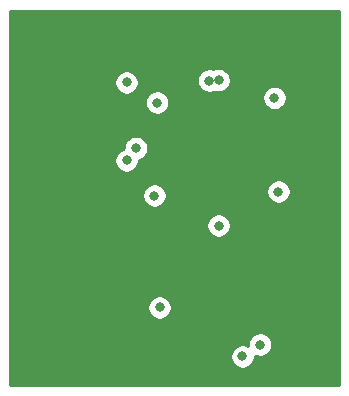
<source format=gbr>
%TF.GenerationSoftware,KiCad,Pcbnew,(5.1.7-0-10_14)*%
%TF.CreationDate,2020-11-25T20:53:36+11:00*%
%TF.ProjectId,CREMAv2,4352454d-4176-4322-9e6b-696361645f70,rev?*%
%TF.SameCoordinates,Original*%
%TF.FileFunction,Copper,L3,Inr*%
%TF.FilePolarity,Positive*%
%FSLAX46Y46*%
G04 Gerber Fmt 4.6, Leading zero omitted, Abs format (unit mm)*
G04 Created by KiCad (PCBNEW (5.1.7-0-10_14)) date 2020-11-25 20:53:36*
%MOMM*%
%LPD*%
G01*
G04 APERTURE LIST*
%TA.AperFunction,ViaPad*%
%ADD10C,0.800000*%
%TD*%
%TA.AperFunction,Conductor*%
%ADD11C,0.254000*%
%TD*%
%TA.AperFunction,Conductor*%
%ADD12C,0.100000*%
%TD*%
G04 APERTURE END LIST*
D10*
%TO.N,GND*%
X132920000Y-75995000D03*
X133247500Y-83922500D03*
X130207000Y-97885000D03*
X122750000Y-84260000D03*
X120396000Y-81280000D03*
X120396000Y-74676000D03*
X128200000Y-86798000D03*
X128200000Y-74492000D03*
X127400000Y-74530000D03*
%TO.N,+3V3*%
X129000000Y-78010000D03*
X133255000Y-82645000D03*
X130175000Y-95885000D03*
X118110000Y-88138000D03*
X132588000Y-92456000D03*
X131259000Y-84895000D03*
%TO.N,Net-(IC1-Pad32)*%
X122995000Y-76395000D03*
X121177000Y-80245000D03*
%TO.N,SPI_MOSI*%
X123190000Y-93726000D03*
X131715000Y-96885000D03*
%TD*%
D11*
%TO.N,+3V3*%
X138405001Y-100305000D02*
X110515000Y-100305000D01*
X110515000Y-97783061D01*
X129172000Y-97783061D01*
X129172000Y-97986939D01*
X129211774Y-98186898D01*
X129289795Y-98375256D01*
X129403063Y-98544774D01*
X129547226Y-98688937D01*
X129716744Y-98802205D01*
X129905102Y-98880226D01*
X130105061Y-98920000D01*
X130308939Y-98920000D01*
X130508898Y-98880226D01*
X130697256Y-98802205D01*
X130866774Y-98688937D01*
X131010937Y-98544774D01*
X131124205Y-98375256D01*
X131202226Y-98186898D01*
X131242000Y-97986939D01*
X131242000Y-97809353D01*
X131413102Y-97880226D01*
X131613061Y-97920000D01*
X131816939Y-97920000D01*
X132016898Y-97880226D01*
X132205256Y-97802205D01*
X132374774Y-97688937D01*
X132518937Y-97544774D01*
X132632205Y-97375256D01*
X132710226Y-97186898D01*
X132750000Y-96986939D01*
X132750000Y-96783061D01*
X132710226Y-96583102D01*
X132632205Y-96394744D01*
X132518937Y-96225226D01*
X132374774Y-96081063D01*
X132205256Y-95967795D01*
X132016898Y-95889774D01*
X131816939Y-95850000D01*
X131613061Y-95850000D01*
X131413102Y-95889774D01*
X131224744Y-95967795D01*
X131055226Y-96081063D01*
X130911063Y-96225226D01*
X130797795Y-96394744D01*
X130719774Y-96583102D01*
X130680000Y-96783061D01*
X130680000Y-96960647D01*
X130508898Y-96889774D01*
X130308939Y-96850000D01*
X130105061Y-96850000D01*
X129905102Y-96889774D01*
X129716744Y-96967795D01*
X129547226Y-97081063D01*
X129403063Y-97225226D01*
X129289795Y-97394744D01*
X129211774Y-97583102D01*
X129172000Y-97783061D01*
X110515000Y-97783061D01*
X110515000Y-93624061D01*
X122155000Y-93624061D01*
X122155000Y-93827939D01*
X122194774Y-94027898D01*
X122272795Y-94216256D01*
X122386063Y-94385774D01*
X122530226Y-94529937D01*
X122699744Y-94643205D01*
X122888102Y-94721226D01*
X123088061Y-94761000D01*
X123291939Y-94761000D01*
X123491898Y-94721226D01*
X123680256Y-94643205D01*
X123849774Y-94529937D01*
X123993937Y-94385774D01*
X124107205Y-94216256D01*
X124185226Y-94027898D01*
X124225000Y-93827939D01*
X124225000Y-93624061D01*
X124185226Y-93424102D01*
X124107205Y-93235744D01*
X123993937Y-93066226D01*
X123849774Y-92922063D01*
X123680256Y-92808795D01*
X123491898Y-92730774D01*
X123291939Y-92691000D01*
X123088061Y-92691000D01*
X122888102Y-92730774D01*
X122699744Y-92808795D01*
X122530226Y-92922063D01*
X122386063Y-93066226D01*
X122272795Y-93235744D01*
X122194774Y-93424102D01*
X122155000Y-93624061D01*
X110515000Y-93624061D01*
X110515000Y-86696061D01*
X127165000Y-86696061D01*
X127165000Y-86899939D01*
X127204774Y-87099898D01*
X127282795Y-87288256D01*
X127396063Y-87457774D01*
X127540226Y-87601937D01*
X127709744Y-87715205D01*
X127898102Y-87793226D01*
X128098061Y-87833000D01*
X128301939Y-87833000D01*
X128501898Y-87793226D01*
X128690256Y-87715205D01*
X128859774Y-87601937D01*
X129003937Y-87457774D01*
X129117205Y-87288256D01*
X129195226Y-87099898D01*
X129235000Y-86899939D01*
X129235000Y-86696061D01*
X129195226Y-86496102D01*
X129117205Y-86307744D01*
X129003937Y-86138226D01*
X128859774Y-85994063D01*
X128690256Y-85880795D01*
X128501898Y-85802774D01*
X128301939Y-85763000D01*
X128098061Y-85763000D01*
X127898102Y-85802774D01*
X127709744Y-85880795D01*
X127540226Y-85994063D01*
X127396063Y-86138226D01*
X127282795Y-86307744D01*
X127204774Y-86496102D01*
X127165000Y-86696061D01*
X110515000Y-86696061D01*
X110515000Y-84158061D01*
X121715000Y-84158061D01*
X121715000Y-84361939D01*
X121754774Y-84561898D01*
X121832795Y-84750256D01*
X121946063Y-84919774D01*
X122090226Y-85063937D01*
X122259744Y-85177205D01*
X122448102Y-85255226D01*
X122648061Y-85295000D01*
X122851939Y-85295000D01*
X123051898Y-85255226D01*
X123240256Y-85177205D01*
X123409774Y-85063937D01*
X123553937Y-84919774D01*
X123667205Y-84750256D01*
X123745226Y-84561898D01*
X123785000Y-84361939D01*
X123785000Y-84158061D01*
X123745226Y-83958102D01*
X123688255Y-83820561D01*
X132212500Y-83820561D01*
X132212500Y-84024439D01*
X132252274Y-84224398D01*
X132330295Y-84412756D01*
X132443563Y-84582274D01*
X132587726Y-84726437D01*
X132757244Y-84839705D01*
X132945602Y-84917726D01*
X133145561Y-84957500D01*
X133349439Y-84957500D01*
X133549398Y-84917726D01*
X133737756Y-84839705D01*
X133907274Y-84726437D01*
X134051437Y-84582274D01*
X134164705Y-84412756D01*
X134242726Y-84224398D01*
X134282500Y-84024439D01*
X134282500Y-83820561D01*
X134242726Y-83620602D01*
X134164705Y-83432244D01*
X134051437Y-83262726D01*
X133907274Y-83118563D01*
X133737756Y-83005295D01*
X133549398Y-82927274D01*
X133349439Y-82887500D01*
X133145561Y-82887500D01*
X132945602Y-82927274D01*
X132757244Y-83005295D01*
X132587726Y-83118563D01*
X132443563Y-83262726D01*
X132330295Y-83432244D01*
X132252274Y-83620602D01*
X132212500Y-83820561D01*
X123688255Y-83820561D01*
X123667205Y-83769744D01*
X123553937Y-83600226D01*
X123409774Y-83456063D01*
X123240256Y-83342795D01*
X123051898Y-83264774D01*
X122851939Y-83225000D01*
X122648061Y-83225000D01*
X122448102Y-83264774D01*
X122259744Y-83342795D01*
X122090226Y-83456063D01*
X121946063Y-83600226D01*
X121832795Y-83769744D01*
X121754774Y-83958102D01*
X121715000Y-84158061D01*
X110515000Y-84158061D01*
X110515000Y-81178061D01*
X119361000Y-81178061D01*
X119361000Y-81381939D01*
X119400774Y-81581898D01*
X119478795Y-81770256D01*
X119592063Y-81939774D01*
X119736226Y-82083937D01*
X119905744Y-82197205D01*
X120094102Y-82275226D01*
X120294061Y-82315000D01*
X120497939Y-82315000D01*
X120697898Y-82275226D01*
X120886256Y-82197205D01*
X121055774Y-82083937D01*
X121199937Y-81939774D01*
X121313205Y-81770256D01*
X121391226Y-81581898D01*
X121431000Y-81381939D01*
X121431000Y-81249753D01*
X121478898Y-81240226D01*
X121667256Y-81162205D01*
X121836774Y-81048937D01*
X121980937Y-80904774D01*
X122094205Y-80735256D01*
X122172226Y-80546898D01*
X122212000Y-80346939D01*
X122212000Y-80143061D01*
X122172226Y-79943102D01*
X122094205Y-79754744D01*
X121980937Y-79585226D01*
X121836774Y-79441063D01*
X121667256Y-79327795D01*
X121478898Y-79249774D01*
X121278939Y-79210000D01*
X121075061Y-79210000D01*
X120875102Y-79249774D01*
X120686744Y-79327795D01*
X120517226Y-79441063D01*
X120373063Y-79585226D01*
X120259795Y-79754744D01*
X120181774Y-79943102D01*
X120142000Y-80143061D01*
X120142000Y-80275247D01*
X120094102Y-80284774D01*
X119905744Y-80362795D01*
X119736226Y-80476063D01*
X119592063Y-80620226D01*
X119478795Y-80789744D01*
X119400774Y-80978102D01*
X119361000Y-81178061D01*
X110515000Y-81178061D01*
X110515000Y-76293061D01*
X121960000Y-76293061D01*
X121960000Y-76496939D01*
X121999774Y-76696898D01*
X122077795Y-76885256D01*
X122191063Y-77054774D01*
X122335226Y-77198937D01*
X122504744Y-77312205D01*
X122693102Y-77390226D01*
X122893061Y-77430000D01*
X123096939Y-77430000D01*
X123296898Y-77390226D01*
X123485256Y-77312205D01*
X123654774Y-77198937D01*
X123798937Y-77054774D01*
X123912205Y-76885256D01*
X123990226Y-76696898D01*
X124030000Y-76496939D01*
X124030000Y-76293061D01*
X123990226Y-76093102D01*
X123912205Y-75904744D01*
X123904399Y-75893061D01*
X131885000Y-75893061D01*
X131885000Y-76096939D01*
X131924774Y-76296898D01*
X132002795Y-76485256D01*
X132116063Y-76654774D01*
X132260226Y-76798937D01*
X132429744Y-76912205D01*
X132618102Y-76990226D01*
X132818061Y-77030000D01*
X133021939Y-77030000D01*
X133221898Y-76990226D01*
X133410256Y-76912205D01*
X133579774Y-76798937D01*
X133723937Y-76654774D01*
X133837205Y-76485256D01*
X133915226Y-76296898D01*
X133955000Y-76096939D01*
X133955000Y-75893061D01*
X133915226Y-75693102D01*
X133837205Y-75504744D01*
X133723937Y-75335226D01*
X133579774Y-75191063D01*
X133410256Y-75077795D01*
X133221898Y-74999774D01*
X133021939Y-74960000D01*
X132818061Y-74960000D01*
X132618102Y-74999774D01*
X132429744Y-75077795D01*
X132260226Y-75191063D01*
X132116063Y-75335226D01*
X132002795Y-75504744D01*
X131924774Y-75693102D01*
X131885000Y-75893061D01*
X123904399Y-75893061D01*
X123798937Y-75735226D01*
X123654774Y-75591063D01*
X123485256Y-75477795D01*
X123296898Y-75399774D01*
X123096939Y-75360000D01*
X122893061Y-75360000D01*
X122693102Y-75399774D01*
X122504744Y-75477795D01*
X122335226Y-75591063D01*
X122191063Y-75735226D01*
X122077795Y-75904744D01*
X121999774Y-76093102D01*
X121960000Y-76293061D01*
X110515000Y-76293061D01*
X110515000Y-74574061D01*
X119361000Y-74574061D01*
X119361000Y-74777939D01*
X119400774Y-74977898D01*
X119478795Y-75166256D01*
X119592063Y-75335774D01*
X119736226Y-75479937D01*
X119905744Y-75593205D01*
X120094102Y-75671226D01*
X120294061Y-75711000D01*
X120497939Y-75711000D01*
X120697898Y-75671226D01*
X120886256Y-75593205D01*
X121055774Y-75479937D01*
X121199937Y-75335774D01*
X121313205Y-75166256D01*
X121391226Y-74977898D01*
X121431000Y-74777939D01*
X121431000Y-74574061D01*
X121401960Y-74428061D01*
X126365000Y-74428061D01*
X126365000Y-74631939D01*
X126404774Y-74831898D01*
X126482795Y-75020256D01*
X126596063Y-75189774D01*
X126740226Y-75333937D01*
X126909744Y-75447205D01*
X127098102Y-75525226D01*
X127298061Y-75565000D01*
X127501939Y-75565000D01*
X127701898Y-75525226D01*
X127845870Y-75465591D01*
X127898102Y-75487226D01*
X128098061Y-75527000D01*
X128301939Y-75527000D01*
X128501898Y-75487226D01*
X128690256Y-75409205D01*
X128859774Y-75295937D01*
X129003937Y-75151774D01*
X129117205Y-74982256D01*
X129195226Y-74793898D01*
X129235000Y-74593939D01*
X129235000Y-74390061D01*
X129195226Y-74190102D01*
X129117205Y-74001744D01*
X129003937Y-73832226D01*
X128859774Y-73688063D01*
X128690256Y-73574795D01*
X128501898Y-73496774D01*
X128301939Y-73457000D01*
X128098061Y-73457000D01*
X127898102Y-73496774D01*
X127754130Y-73556409D01*
X127701898Y-73534774D01*
X127501939Y-73495000D01*
X127298061Y-73495000D01*
X127098102Y-73534774D01*
X126909744Y-73612795D01*
X126740226Y-73726063D01*
X126596063Y-73870226D01*
X126482795Y-74039744D01*
X126404774Y-74228102D01*
X126365000Y-74428061D01*
X121401960Y-74428061D01*
X121391226Y-74374102D01*
X121313205Y-74185744D01*
X121199937Y-74016226D01*
X121055774Y-73872063D01*
X120886256Y-73758795D01*
X120697898Y-73680774D01*
X120497939Y-73641000D01*
X120294061Y-73641000D01*
X120094102Y-73680774D01*
X119905744Y-73758795D01*
X119736226Y-73872063D01*
X119592063Y-74016226D01*
X119478795Y-74185744D01*
X119400774Y-74374102D01*
X119361000Y-74574061D01*
X110515000Y-74574061D01*
X110515000Y-68605000D01*
X138405000Y-68605000D01*
X138405001Y-100305000D01*
%TA.AperFunction,Conductor*%
D12*
G36*
X138405001Y-100305000D02*
G01*
X110515000Y-100305000D01*
X110515000Y-97783061D01*
X129172000Y-97783061D01*
X129172000Y-97986939D01*
X129211774Y-98186898D01*
X129289795Y-98375256D01*
X129403063Y-98544774D01*
X129547226Y-98688937D01*
X129716744Y-98802205D01*
X129905102Y-98880226D01*
X130105061Y-98920000D01*
X130308939Y-98920000D01*
X130508898Y-98880226D01*
X130697256Y-98802205D01*
X130866774Y-98688937D01*
X131010937Y-98544774D01*
X131124205Y-98375256D01*
X131202226Y-98186898D01*
X131242000Y-97986939D01*
X131242000Y-97809353D01*
X131413102Y-97880226D01*
X131613061Y-97920000D01*
X131816939Y-97920000D01*
X132016898Y-97880226D01*
X132205256Y-97802205D01*
X132374774Y-97688937D01*
X132518937Y-97544774D01*
X132632205Y-97375256D01*
X132710226Y-97186898D01*
X132750000Y-96986939D01*
X132750000Y-96783061D01*
X132710226Y-96583102D01*
X132632205Y-96394744D01*
X132518937Y-96225226D01*
X132374774Y-96081063D01*
X132205256Y-95967795D01*
X132016898Y-95889774D01*
X131816939Y-95850000D01*
X131613061Y-95850000D01*
X131413102Y-95889774D01*
X131224744Y-95967795D01*
X131055226Y-96081063D01*
X130911063Y-96225226D01*
X130797795Y-96394744D01*
X130719774Y-96583102D01*
X130680000Y-96783061D01*
X130680000Y-96960647D01*
X130508898Y-96889774D01*
X130308939Y-96850000D01*
X130105061Y-96850000D01*
X129905102Y-96889774D01*
X129716744Y-96967795D01*
X129547226Y-97081063D01*
X129403063Y-97225226D01*
X129289795Y-97394744D01*
X129211774Y-97583102D01*
X129172000Y-97783061D01*
X110515000Y-97783061D01*
X110515000Y-93624061D01*
X122155000Y-93624061D01*
X122155000Y-93827939D01*
X122194774Y-94027898D01*
X122272795Y-94216256D01*
X122386063Y-94385774D01*
X122530226Y-94529937D01*
X122699744Y-94643205D01*
X122888102Y-94721226D01*
X123088061Y-94761000D01*
X123291939Y-94761000D01*
X123491898Y-94721226D01*
X123680256Y-94643205D01*
X123849774Y-94529937D01*
X123993937Y-94385774D01*
X124107205Y-94216256D01*
X124185226Y-94027898D01*
X124225000Y-93827939D01*
X124225000Y-93624061D01*
X124185226Y-93424102D01*
X124107205Y-93235744D01*
X123993937Y-93066226D01*
X123849774Y-92922063D01*
X123680256Y-92808795D01*
X123491898Y-92730774D01*
X123291939Y-92691000D01*
X123088061Y-92691000D01*
X122888102Y-92730774D01*
X122699744Y-92808795D01*
X122530226Y-92922063D01*
X122386063Y-93066226D01*
X122272795Y-93235744D01*
X122194774Y-93424102D01*
X122155000Y-93624061D01*
X110515000Y-93624061D01*
X110515000Y-86696061D01*
X127165000Y-86696061D01*
X127165000Y-86899939D01*
X127204774Y-87099898D01*
X127282795Y-87288256D01*
X127396063Y-87457774D01*
X127540226Y-87601937D01*
X127709744Y-87715205D01*
X127898102Y-87793226D01*
X128098061Y-87833000D01*
X128301939Y-87833000D01*
X128501898Y-87793226D01*
X128690256Y-87715205D01*
X128859774Y-87601937D01*
X129003937Y-87457774D01*
X129117205Y-87288256D01*
X129195226Y-87099898D01*
X129235000Y-86899939D01*
X129235000Y-86696061D01*
X129195226Y-86496102D01*
X129117205Y-86307744D01*
X129003937Y-86138226D01*
X128859774Y-85994063D01*
X128690256Y-85880795D01*
X128501898Y-85802774D01*
X128301939Y-85763000D01*
X128098061Y-85763000D01*
X127898102Y-85802774D01*
X127709744Y-85880795D01*
X127540226Y-85994063D01*
X127396063Y-86138226D01*
X127282795Y-86307744D01*
X127204774Y-86496102D01*
X127165000Y-86696061D01*
X110515000Y-86696061D01*
X110515000Y-84158061D01*
X121715000Y-84158061D01*
X121715000Y-84361939D01*
X121754774Y-84561898D01*
X121832795Y-84750256D01*
X121946063Y-84919774D01*
X122090226Y-85063937D01*
X122259744Y-85177205D01*
X122448102Y-85255226D01*
X122648061Y-85295000D01*
X122851939Y-85295000D01*
X123051898Y-85255226D01*
X123240256Y-85177205D01*
X123409774Y-85063937D01*
X123553937Y-84919774D01*
X123667205Y-84750256D01*
X123745226Y-84561898D01*
X123785000Y-84361939D01*
X123785000Y-84158061D01*
X123745226Y-83958102D01*
X123688255Y-83820561D01*
X132212500Y-83820561D01*
X132212500Y-84024439D01*
X132252274Y-84224398D01*
X132330295Y-84412756D01*
X132443563Y-84582274D01*
X132587726Y-84726437D01*
X132757244Y-84839705D01*
X132945602Y-84917726D01*
X133145561Y-84957500D01*
X133349439Y-84957500D01*
X133549398Y-84917726D01*
X133737756Y-84839705D01*
X133907274Y-84726437D01*
X134051437Y-84582274D01*
X134164705Y-84412756D01*
X134242726Y-84224398D01*
X134282500Y-84024439D01*
X134282500Y-83820561D01*
X134242726Y-83620602D01*
X134164705Y-83432244D01*
X134051437Y-83262726D01*
X133907274Y-83118563D01*
X133737756Y-83005295D01*
X133549398Y-82927274D01*
X133349439Y-82887500D01*
X133145561Y-82887500D01*
X132945602Y-82927274D01*
X132757244Y-83005295D01*
X132587726Y-83118563D01*
X132443563Y-83262726D01*
X132330295Y-83432244D01*
X132252274Y-83620602D01*
X132212500Y-83820561D01*
X123688255Y-83820561D01*
X123667205Y-83769744D01*
X123553937Y-83600226D01*
X123409774Y-83456063D01*
X123240256Y-83342795D01*
X123051898Y-83264774D01*
X122851939Y-83225000D01*
X122648061Y-83225000D01*
X122448102Y-83264774D01*
X122259744Y-83342795D01*
X122090226Y-83456063D01*
X121946063Y-83600226D01*
X121832795Y-83769744D01*
X121754774Y-83958102D01*
X121715000Y-84158061D01*
X110515000Y-84158061D01*
X110515000Y-81178061D01*
X119361000Y-81178061D01*
X119361000Y-81381939D01*
X119400774Y-81581898D01*
X119478795Y-81770256D01*
X119592063Y-81939774D01*
X119736226Y-82083937D01*
X119905744Y-82197205D01*
X120094102Y-82275226D01*
X120294061Y-82315000D01*
X120497939Y-82315000D01*
X120697898Y-82275226D01*
X120886256Y-82197205D01*
X121055774Y-82083937D01*
X121199937Y-81939774D01*
X121313205Y-81770256D01*
X121391226Y-81581898D01*
X121431000Y-81381939D01*
X121431000Y-81249753D01*
X121478898Y-81240226D01*
X121667256Y-81162205D01*
X121836774Y-81048937D01*
X121980937Y-80904774D01*
X122094205Y-80735256D01*
X122172226Y-80546898D01*
X122212000Y-80346939D01*
X122212000Y-80143061D01*
X122172226Y-79943102D01*
X122094205Y-79754744D01*
X121980937Y-79585226D01*
X121836774Y-79441063D01*
X121667256Y-79327795D01*
X121478898Y-79249774D01*
X121278939Y-79210000D01*
X121075061Y-79210000D01*
X120875102Y-79249774D01*
X120686744Y-79327795D01*
X120517226Y-79441063D01*
X120373063Y-79585226D01*
X120259795Y-79754744D01*
X120181774Y-79943102D01*
X120142000Y-80143061D01*
X120142000Y-80275247D01*
X120094102Y-80284774D01*
X119905744Y-80362795D01*
X119736226Y-80476063D01*
X119592063Y-80620226D01*
X119478795Y-80789744D01*
X119400774Y-80978102D01*
X119361000Y-81178061D01*
X110515000Y-81178061D01*
X110515000Y-76293061D01*
X121960000Y-76293061D01*
X121960000Y-76496939D01*
X121999774Y-76696898D01*
X122077795Y-76885256D01*
X122191063Y-77054774D01*
X122335226Y-77198937D01*
X122504744Y-77312205D01*
X122693102Y-77390226D01*
X122893061Y-77430000D01*
X123096939Y-77430000D01*
X123296898Y-77390226D01*
X123485256Y-77312205D01*
X123654774Y-77198937D01*
X123798937Y-77054774D01*
X123912205Y-76885256D01*
X123990226Y-76696898D01*
X124030000Y-76496939D01*
X124030000Y-76293061D01*
X123990226Y-76093102D01*
X123912205Y-75904744D01*
X123904399Y-75893061D01*
X131885000Y-75893061D01*
X131885000Y-76096939D01*
X131924774Y-76296898D01*
X132002795Y-76485256D01*
X132116063Y-76654774D01*
X132260226Y-76798937D01*
X132429744Y-76912205D01*
X132618102Y-76990226D01*
X132818061Y-77030000D01*
X133021939Y-77030000D01*
X133221898Y-76990226D01*
X133410256Y-76912205D01*
X133579774Y-76798937D01*
X133723937Y-76654774D01*
X133837205Y-76485256D01*
X133915226Y-76296898D01*
X133955000Y-76096939D01*
X133955000Y-75893061D01*
X133915226Y-75693102D01*
X133837205Y-75504744D01*
X133723937Y-75335226D01*
X133579774Y-75191063D01*
X133410256Y-75077795D01*
X133221898Y-74999774D01*
X133021939Y-74960000D01*
X132818061Y-74960000D01*
X132618102Y-74999774D01*
X132429744Y-75077795D01*
X132260226Y-75191063D01*
X132116063Y-75335226D01*
X132002795Y-75504744D01*
X131924774Y-75693102D01*
X131885000Y-75893061D01*
X123904399Y-75893061D01*
X123798937Y-75735226D01*
X123654774Y-75591063D01*
X123485256Y-75477795D01*
X123296898Y-75399774D01*
X123096939Y-75360000D01*
X122893061Y-75360000D01*
X122693102Y-75399774D01*
X122504744Y-75477795D01*
X122335226Y-75591063D01*
X122191063Y-75735226D01*
X122077795Y-75904744D01*
X121999774Y-76093102D01*
X121960000Y-76293061D01*
X110515000Y-76293061D01*
X110515000Y-74574061D01*
X119361000Y-74574061D01*
X119361000Y-74777939D01*
X119400774Y-74977898D01*
X119478795Y-75166256D01*
X119592063Y-75335774D01*
X119736226Y-75479937D01*
X119905744Y-75593205D01*
X120094102Y-75671226D01*
X120294061Y-75711000D01*
X120497939Y-75711000D01*
X120697898Y-75671226D01*
X120886256Y-75593205D01*
X121055774Y-75479937D01*
X121199937Y-75335774D01*
X121313205Y-75166256D01*
X121391226Y-74977898D01*
X121431000Y-74777939D01*
X121431000Y-74574061D01*
X121401960Y-74428061D01*
X126365000Y-74428061D01*
X126365000Y-74631939D01*
X126404774Y-74831898D01*
X126482795Y-75020256D01*
X126596063Y-75189774D01*
X126740226Y-75333937D01*
X126909744Y-75447205D01*
X127098102Y-75525226D01*
X127298061Y-75565000D01*
X127501939Y-75565000D01*
X127701898Y-75525226D01*
X127845870Y-75465591D01*
X127898102Y-75487226D01*
X128098061Y-75527000D01*
X128301939Y-75527000D01*
X128501898Y-75487226D01*
X128690256Y-75409205D01*
X128859774Y-75295937D01*
X129003937Y-75151774D01*
X129117205Y-74982256D01*
X129195226Y-74793898D01*
X129235000Y-74593939D01*
X129235000Y-74390061D01*
X129195226Y-74190102D01*
X129117205Y-74001744D01*
X129003937Y-73832226D01*
X128859774Y-73688063D01*
X128690256Y-73574795D01*
X128501898Y-73496774D01*
X128301939Y-73457000D01*
X128098061Y-73457000D01*
X127898102Y-73496774D01*
X127754130Y-73556409D01*
X127701898Y-73534774D01*
X127501939Y-73495000D01*
X127298061Y-73495000D01*
X127098102Y-73534774D01*
X126909744Y-73612795D01*
X126740226Y-73726063D01*
X126596063Y-73870226D01*
X126482795Y-74039744D01*
X126404774Y-74228102D01*
X126365000Y-74428061D01*
X121401960Y-74428061D01*
X121391226Y-74374102D01*
X121313205Y-74185744D01*
X121199937Y-74016226D01*
X121055774Y-73872063D01*
X120886256Y-73758795D01*
X120697898Y-73680774D01*
X120497939Y-73641000D01*
X120294061Y-73641000D01*
X120094102Y-73680774D01*
X119905744Y-73758795D01*
X119736226Y-73872063D01*
X119592063Y-74016226D01*
X119478795Y-74185744D01*
X119400774Y-74374102D01*
X119361000Y-74574061D01*
X110515000Y-74574061D01*
X110515000Y-68605000D01*
X138405000Y-68605000D01*
X138405001Y-100305000D01*
G37*
%TD.AperFunction*%
%TD*%
M02*

</source>
